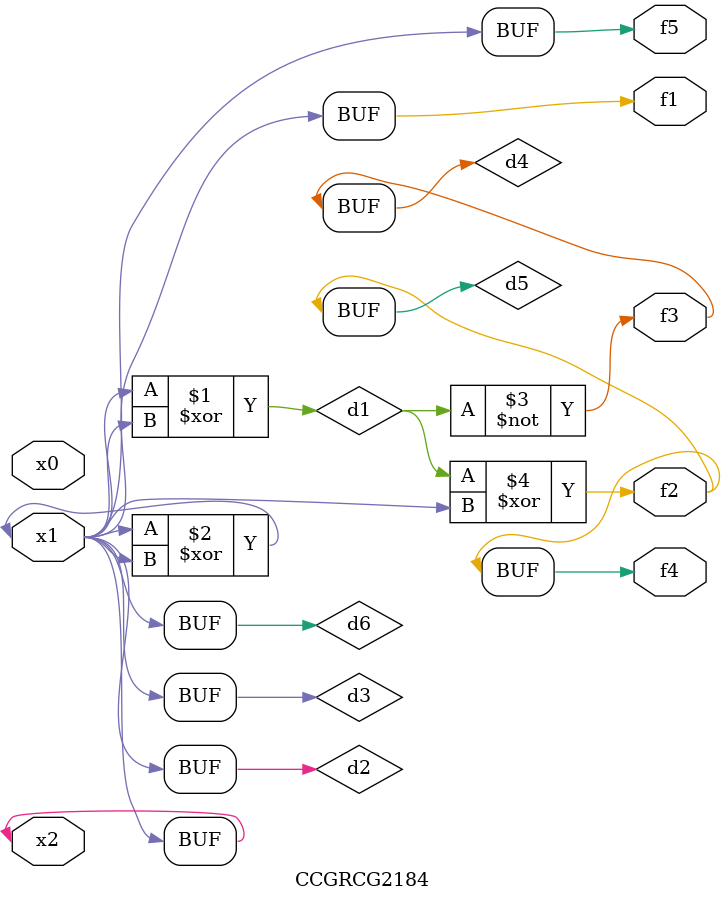
<source format=v>
module CCGRCG2184(
	input x0, x1, x2,
	output f1, f2, f3, f4, f5
);

	wire d1, d2, d3, d4, d5, d6;

	xor (d1, x1, x2);
	buf (d2, x1, x2);
	xor (d3, x1, x2);
	nor (d4, d1);
	xor (d5, d1, d2);
	buf (d6, d2, d3);
	assign f1 = d6;
	assign f2 = d5;
	assign f3 = d4;
	assign f4 = d5;
	assign f5 = d6;
endmodule

</source>
